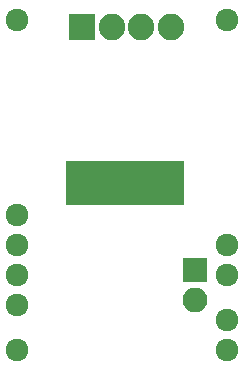
<source format=gbs>
G04 #@! TF.FileFunction,Soldermask,Bot*
%FSLAX46Y46*%
G04 Gerber Fmt 4.6, Leading zero omitted, Abs format (unit mm)*
G04 Created by KiCad (PCBNEW 4.0.6+dfsg1-1) date Mon Feb 26 16:02:50 2018*
%MOMM*%
%LPD*%
G01*
G04 APERTURE LIST*
%ADD10C,0.100000*%
%ADD11R,2.250000X2.250000*%
%ADD12C,2.250000*%
%ADD13R,2.100000X2.100000*%
%ADD14O,2.100000X2.100000*%
%ADD15R,1.500000X1.290000*%
%ADD16C,1.924000*%
G04 APERTURE END LIST*
D10*
D11*
X6852920Y29088080D03*
D12*
X9352920Y29088080D03*
X11852920Y29088080D03*
X14352920Y29088080D03*
D13*
X16395700Y8521700D03*
D14*
X16395700Y5981700D03*
D15*
X14715200Y14549200D03*
X14715200Y15399200D03*
X14715200Y17099200D03*
X14715200Y16249200D03*
X13658950Y16249200D03*
X13658950Y17099200D03*
X13658950Y15399200D03*
X13658950Y14549200D03*
X12602700Y14549200D03*
X12602700Y15399200D03*
X12602700Y17099200D03*
X12602700Y16249200D03*
X11546450Y16249200D03*
X11546450Y17099200D03*
X11546450Y15399200D03*
X11546450Y14549200D03*
X10490200Y14549200D03*
X10490200Y15399200D03*
X10490200Y17099200D03*
X10490200Y16249200D03*
X9433950Y16249200D03*
X9433950Y17099200D03*
X9433950Y15399200D03*
X9433950Y14549200D03*
X8377700Y14549200D03*
X8377700Y15399200D03*
X8377700Y17099200D03*
X8377700Y16249200D03*
X7321450Y16249200D03*
X7321450Y17099200D03*
X7321450Y15399200D03*
X7321450Y14549200D03*
X6265200Y14549200D03*
X6265200Y15399200D03*
X6265200Y17099200D03*
X6265200Y16249200D03*
D16*
X19126200Y1727200D03*
X19126200Y4267200D03*
X19126200Y8077200D03*
X19126200Y10617200D03*
X1346200Y1727200D03*
X1346200Y29667200D03*
X19126200Y29667200D03*
X1346200Y5537200D03*
X1346200Y8077200D03*
X1346200Y10617200D03*
X1346200Y13157200D03*
M02*

</source>
